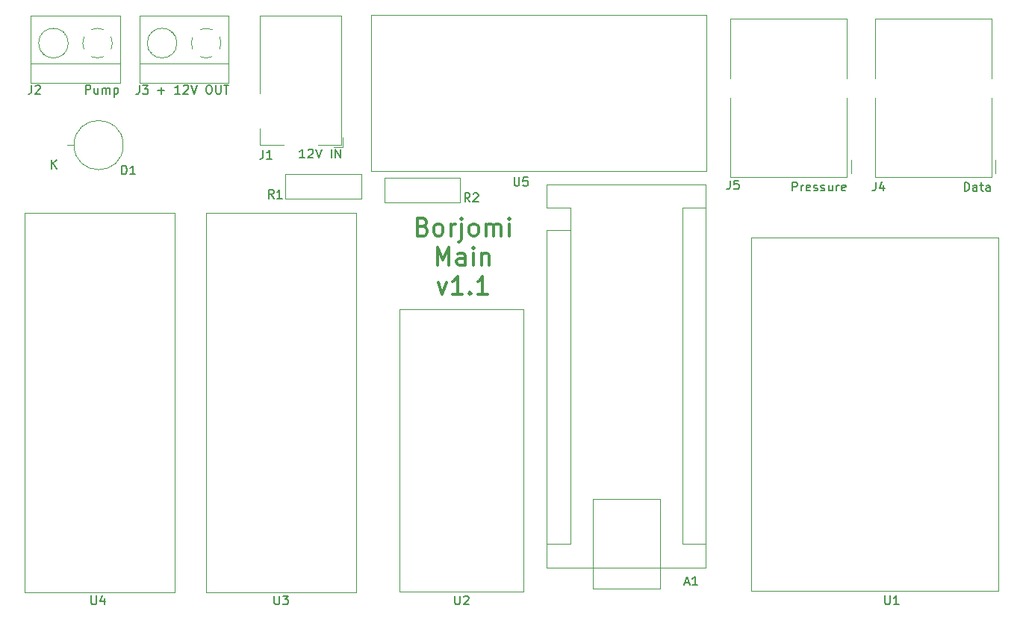
<source format=gto>
G04 #@! TF.GenerationSoftware,KiCad,Pcbnew,5.1.2-f72e74a~84~ubuntu18.04.1*
G04 #@! TF.CreationDate,2019-08-04T21:20:18+03:00*
G04 #@! TF.ProjectId,Borjomi-Main,426f726a-6f6d-4692-9d4d-61696e2e6b69,rev?*
G04 #@! TF.SameCoordinates,Original*
G04 #@! TF.FileFunction,Legend,Top*
G04 #@! TF.FilePolarity,Positive*
%FSLAX46Y46*%
G04 Gerber Fmt 4.6, Leading zero omitted, Abs format (unit mm)*
G04 Created by KiCad (PCBNEW 5.1.2-f72e74a~84~ubuntu18.04.1) date 2019-08-04 21:20:18*
%MOMM*%
%LPD*%
G04 APERTURE LIST*
%ADD10C,0.300000*%
%ADD11C,0.150000*%
%ADD12C,0.120000*%
%ADD13C,0.100000*%
G04 APERTURE END LIST*
D10*
X158311151Y-98903902D02*
X158596865Y-98999140D01*
X158692103Y-99094379D01*
X158787341Y-99284855D01*
X158787341Y-99570569D01*
X158692103Y-99761045D01*
X158596865Y-99856283D01*
X158406389Y-99951521D01*
X157644484Y-99951521D01*
X157644484Y-97951521D01*
X158311151Y-97951521D01*
X158501627Y-98046760D01*
X158596865Y-98141998D01*
X158692103Y-98332474D01*
X158692103Y-98522950D01*
X158596865Y-98713426D01*
X158501627Y-98808664D01*
X158311151Y-98903902D01*
X157644484Y-98903902D01*
X159930199Y-99951521D02*
X159739722Y-99856283D01*
X159644484Y-99761045D01*
X159549246Y-99570569D01*
X159549246Y-98999140D01*
X159644484Y-98808664D01*
X159739722Y-98713426D01*
X159930199Y-98618188D01*
X160215913Y-98618188D01*
X160406389Y-98713426D01*
X160501627Y-98808664D01*
X160596865Y-98999140D01*
X160596865Y-99570569D01*
X160501627Y-99761045D01*
X160406389Y-99856283D01*
X160215913Y-99951521D01*
X159930199Y-99951521D01*
X161454008Y-99951521D02*
X161454008Y-98618188D01*
X161454008Y-98999140D02*
X161549246Y-98808664D01*
X161644484Y-98713426D01*
X161834960Y-98618188D01*
X162025437Y-98618188D01*
X162692103Y-98618188D02*
X162692103Y-100332474D01*
X162596865Y-100522950D01*
X162406389Y-100618188D01*
X162311151Y-100618188D01*
X162692103Y-97951521D02*
X162596865Y-98046760D01*
X162692103Y-98141998D01*
X162787341Y-98046760D01*
X162692103Y-97951521D01*
X162692103Y-98141998D01*
X163930199Y-99951521D02*
X163739722Y-99856283D01*
X163644484Y-99761045D01*
X163549246Y-99570569D01*
X163549246Y-98999140D01*
X163644484Y-98808664D01*
X163739722Y-98713426D01*
X163930199Y-98618188D01*
X164215913Y-98618188D01*
X164406389Y-98713426D01*
X164501627Y-98808664D01*
X164596865Y-98999140D01*
X164596865Y-99570569D01*
X164501627Y-99761045D01*
X164406389Y-99856283D01*
X164215913Y-99951521D01*
X163930199Y-99951521D01*
X165454008Y-99951521D02*
X165454008Y-98618188D01*
X165454008Y-98808664D02*
X165549246Y-98713426D01*
X165739722Y-98618188D01*
X166025437Y-98618188D01*
X166215913Y-98713426D01*
X166311151Y-98903902D01*
X166311151Y-99951521D01*
X166311151Y-98903902D02*
X166406389Y-98713426D01*
X166596865Y-98618188D01*
X166882580Y-98618188D01*
X167073056Y-98713426D01*
X167168294Y-98903902D01*
X167168294Y-99951521D01*
X168120675Y-99951521D02*
X168120675Y-98618188D01*
X168120675Y-97951521D02*
X168025437Y-98046760D01*
X168120675Y-98141998D01*
X168215913Y-98046760D01*
X168120675Y-97951521D01*
X168120675Y-98141998D01*
X159930199Y-103251521D02*
X159930199Y-101251521D01*
X160596865Y-102680093D01*
X161263532Y-101251521D01*
X161263532Y-103251521D01*
X163073056Y-103251521D02*
X163073056Y-102203902D01*
X162977818Y-102013426D01*
X162787341Y-101918188D01*
X162406389Y-101918188D01*
X162215913Y-102013426D01*
X163073056Y-103156283D02*
X162882580Y-103251521D01*
X162406389Y-103251521D01*
X162215913Y-103156283D01*
X162120675Y-102965807D01*
X162120675Y-102775331D01*
X162215913Y-102584855D01*
X162406389Y-102489617D01*
X162882580Y-102489617D01*
X163073056Y-102394379D01*
X164025437Y-103251521D02*
X164025437Y-101918188D01*
X164025437Y-101251521D02*
X163930199Y-101346760D01*
X164025437Y-101441998D01*
X164120675Y-101346760D01*
X164025437Y-101251521D01*
X164025437Y-101441998D01*
X164977818Y-101918188D02*
X164977818Y-103251521D01*
X164977818Y-102108664D02*
X165073056Y-102013426D01*
X165263532Y-101918188D01*
X165549246Y-101918188D01*
X165739722Y-102013426D01*
X165834960Y-102203902D01*
X165834960Y-103251521D01*
X160025437Y-105218188D02*
X160501627Y-106551521D01*
X160977818Y-105218188D01*
X162787341Y-106551521D02*
X161644484Y-106551521D01*
X162215913Y-106551521D02*
X162215913Y-104551521D01*
X162025437Y-104837236D01*
X161834960Y-105027712D01*
X161644484Y-105122950D01*
X163644484Y-106361045D02*
X163739722Y-106456283D01*
X163644484Y-106551521D01*
X163549246Y-106456283D01*
X163644484Y-106361045D01*
X163644484Y-106551521D01*
X165644484Y-106551521D02*
X164501627Y-106551521D01*
X165073056Y-106551521D02*
X165073056Y-104551521D01*
X164882580Y-104837236D01*
X164692103Y-105027712D01*
X164501627Y-105122950D01*
D11*
X219700339Y-94881960D02*
X219700339Y-93881960D01*
X219938434Y-93881960D01*
X220081291Y-93929580D01*
X220176529Y-94024818D01*
X220224148Y-94120056D01*
X220271767Y-94310532D01*
X220271767Y-94453389D01*
X220224148Y-94643865D01*
X220176529Y-94739103D01*
X220081291Y-94834341D01*
X219938434Y-94881960D01*
X219700339Y-94881960D01*
X221128910Y-94881960D02*
X221128910Y-94358151D01*
X221081291Y-94262913D01*
X220986053Y-94215294D01*
X220795577Y-94215294D01*
X220700339Y-94262913D01*
X221128910Y-94834341D02*
X221033672Y-94881960D01*
X220795577Y-94881960D01*
X220700339Y-94834341D01*
X220652720Y-94739103D01*
X220652720Y-94643865D01*
X220700339Y-94548627D01*
X220795577Y-94501008D01*
X221033672Y-94501008D01*
X221128910Y-94453389D01*
X221462243Y-94215294D02*
X221843196Y-94215294D01*
X221605100Y-93881960D02*
X221605100Y-94739103D01*
X221652720Y-94834341D01*
X221747958Y-94881960D01*
X221843196Y-94881960D01*
X222605100Y-94881960D02*
X222605100Y-94358151D01*
X222557481Y-94262913D01*
X222462243Y-94215294D01*
X222271767Y-94215294D01*
X222176529Y-94262913D01*
X222605100Y-94834341D02*
X222509862Y-94881960D01*
X222271767Y-94881960D01*
X222176529Y-94834341D01*
X222128910Y-94739103D01*
X222128910Y-94643865D01*
X222176529Y-94548627D01*
X222271767Y-94501008D01*
X222509862Y-94501008D01*
X222605100Y-94453389D01*
X200200000Y-94846400D02*
X200200000Y-93846400D01*
X200580952Y-93846400D01*
X200676190Y-93894020D01*
X200723809Y-93941639D01*
X200771428Y-94036877D01*
X200771428Y-94179734D01*
X200723809Y-94274972D01*
X200676190Y-94322591D01*
X200580952Y-94370210D01*
X200200000Y-94370210D01*
X201200000Y-94846400D02*
X201200000Y-94179734D01*
X201200000Y-94370210D02*
X201247619Y-94274972D01*
X201295238Y-94227353D01*
X201390476Y-94179734D01*
X201485714Y-94179734D01*
X202200000Y-94798781D02*
X202104761Y-94846400D01*
X201914285Y-94846400D01*
X201819047Y-94798781D01*
X201771428Y-94703543D01*
X201771428Y-94322591D01*
X201819047Y-94227353D01*
X201914285Y-94179734D01*
X202104761Y-94179734D01*
X202200000Y-94227353D01*
X202247619Y-94322591D01*
X202247619Y-94417829D01*
X201771428Y-94513067D01*
X202628571Y-94798781D02*
X202723809Y-94846400D01*
X202914285Y-94846400D01*
X203009523Y-94798781D01*
X203057142Y-94703543D01*
X203057142Y-94655924D01*
X203009523Y-94560686D01*
X202914285Y-94513067D01*
X202771428Y-94513067D01*
X202676190Y-94465448D01*
X202628571Y-94370210D01*
X202628571Y-94322591D01*
X202676190Y-94227353D01*
X202771428Y-94179734D01*
X202914285Y-94179734D01*
X203009523Y-94227353D01*
X203438095Y-94798781D02*
X203533333Y-94846400D01*
X203723809Y-94846400D01*
X203819047Y-94798781D01*
X203866666Y-94703543D01*
X203866666Y-94655924D01*
X203819047Y-94560686D01*
X203723809Y-94513067D01*
X203580952Y-94513067D01*
X203485714Y-94465448D01*
X203438095Y-94370210D01*
X203438095Y-94322591D01*
X203485714Y-94227353D01*
X203580952Y-94179734D01*
X203723809Y-94179734D01*
X203819047Y-94227353D01*
X204723809Y-94179734D02*
X204723809Y-94846400D01*
X204295238Y-94179734D02*
X204295238Y-94703543D01*
X204342857Y-94798781D01*
X204438095Y-94846400D01*
X204580952Y-94846400D01*
X204676190Y-94798781D01*
X204723809Y-94751162D01*
X205200000Y-94846400D02*
X205200000Y-94179734D01*
X205200000Y-94370210D02*
X205247619Y-94274972D01*
X205295238Y-94227353D01*
X205390476Y-94179734D01*
X205485714Y-94179734D01*
X206200000Y-94798781D02*
X206104761Y-94846400D01*
X205914285Y-94846400D01*
X205819047Y-94798781D01*
X205771428Y-94703543D01*
X205771428Y-94322591D01*
X205819047Y-94227353D01*
X205914285Y-94179734D01*
X206104761Y-94179734D01*
X206200000Y-94227353D01*
X206247619Y-94322591D01*
X206247619Y-94417829D01*
X205771428Y-94513067D01*
X144905315Y-91122760D02*
X144333886Y-91122760D01*
X144619600Y-91122760D02*
X144619600Y-90122760D01*
X144524362Y-90265618D01*
X144429124Y-90360856D01*
X144333886Y-90408475D01*
X145286267Y-90217999D02*
X145333886Y-90170380D01*
X145429124Y-90122760D01*
X145667220Y-90122760D01*
X145762458Y-90170380D01*
X145810077Y-90217999D01*
X145857696Y-90313237D01*
X145857696Y-90408475D01*
X145810077Y-90551332D01*
X145238648Y-91122760D01*
X145857696Y-91122760D01*
X146143410Y-90122760D02*
X146476743Y-91122760D01*
X146810077Y-90122760D01*
X147905315Y-91122760D02*
X147905315Y-90122760D01*
X148381505Y-91122760D02*
X148381505Y-90122760D01*
X148952934Y-91122760D01*
X148952934Y-90122760D01*
X128254619Y-83474868D02*
X129016523Y-83474868D01*
X128635571Y-83855820D02*
X128635571Y-83093916D01*
X130778428Y-83855820D02*
X130207000Y-83855820D01*
X130492714Y-83855820D02*
X130492714Y-82855820D01*
X130397476Y-82998678D01*
X130302238Y-83093916D01*
X130207000Y-83141535D01*
X131159380Y-82951059D02*
X131207000Y-82903440D01*
X131302238Y-82855820D01*
X131540333Y-82855820D01*
X131635571Y-82903440D01*
X131683190Y-82951059D01*
X131730809Y-83046297D01*
X131730809Y-83141535D01*
X131683190Y-83284392D01*
X131111761Y-83855820D01*
X131730809Y-83855820D01*
X132016523Y-82855820D02*
X132349857Y-83855820D01*
X132683190Y-82855820D01*
X133968904Y-82855820D02*
X134159380Y-82855820D01*
X134254619Y-82903440D01*
X134349857Y-82998678D01*
X134397476Y-83189154D01*
X134397476Y-83522487D01*
X134349857Y-83712963D01*
X134254619Y-83808201D01*
X134159380Y-83855820D01*
X133968904Y-83855820D01*
X133873666Y-83808201D01*
X133778428Y-83712963D01*
X133730809Y-83522487D01*
X133730809Y-83189154D01*
X133778428Y-82998678D01*
X133873666Y-82903440D01*
X133968904Y-82855820D01*
X134826047Y-82855820D02*
X134826047Y-83665344D01*
X134873666Y-83760582D01*
X134921285Y-83808201D01*
X135016523Y-83855820D01*
X135207000Y-83855820D01*
X135302238Y-83808201D01*
X135349857Y-83760582D01*
X135397476Y-83665344D01*
X135397476Y-82855820D01*
X135730809Y-82855820D02*
X136302238Y-82855820D01*
X136016523Y-83855820D02*
X136016523Y-82855820D01*
X120051106Y-83853280D02*
X120051106Y-82853280D01*
X120432059Y-82853280D01*
X120527297Y-82900900D01*
X120574916Y-82948519D01*
X120622535Y-83043757D01*
X120622535Y-83186614D01*
X120574916Y-83281852D01*
X120527297Y-83329471D01*
X120432059Y-83377090D01*
X120051106Y-83377090D01*
X121479678Y-83186614D02*
X121479678Y-83853280D01*
X121051106Y-83186614D02*
X121051106Y-83710423D01*
X121098725Y-83805661D01*
X121193963Y-83853280D01*
X121336820Y-83853280D01*
X121432059Y-83805661D01*
X121479678Y-83758042D01*
X121955868Y-83853280D02*
X121955868Y-83186614D01*
X121955868Y-83281852D02*
X122003487Y-83234233D01*
X122098725Y-83186614D01*
X122241582Y-83186614D01*
X122336820Y-83234233D01*
X122384440Y-83329471D01*
X122384440Y-83853280D01*
X122384440Y-83329471D02*
X122432059Y-83234233D01*
X122527297Y-83186614D01*
X122670154Y-83186614D01*
X122765392Y-83234233D01*
X122813011Y-83329471D01*
X122813011Y-83853280D01*
X123289201Y-83186614D02*
X123289201Y-84186614D01*
X123289201Y-83234233D02*
X123384440Y-83186614D01*
X123574916Y-83186614D01*
X123670154Y-83234233D01*
X123717773Y-83281852D01*
X123765392Y-83377090D01*
X123765392Y-83662804D01*
X123717773Y-83758042D01*
X123670154Y-83805661D01*
X123574916Y-83853280D01*
X123384440Y-83853280D01*
X123289201Y-83805661D01*
D12*
X149032020Y-89685700D02*
X146432020Y-89685700D01*
X149032020Y-74985700D02*
X149032020Y-89685700D01*
X139832020Y-89685700D02*
X139832020Y-87785700D01*
X142532020Y-89685700D02*
X139832020Y-89685700D01*
X139832020Y-74985700D02*
X149032020Y-74985700D01*
X139832020Y-83785700D02*
X139832020Y-74985700D01*
X149232020Y-88835700D02*
X149232020Y-89885700D01*
X148182020Y-89885700D02*
X149232020Y-89885700D01*
X175006000Y-99314000D02*
X175006000Y-96774000D01*
X175006000Y-96774000D02*
X172336000Y-96774000D01*
X172336000Y-99314000D02*
X172336000Y-137544000D01*
X172336000Y-94104000D02*
X172336000Y-96774000D01*
X187706000Y-96774000D02*
X190376000Y-96774000D01*
X187706000Y-96774000D02*
X187706000Y-134874000D01*
X187706000Y-134874000D02*
X190376000Y-134874000D01*
X175006000Y-99314000D02*
X172336000Y-99314000D01*
X175006000Y-99314000D02*
X175006000Y-134874000D01*
X175006000Y-134874000D02*
X172336000Y-134874000D01*
X172336000Y-137544000D02*
X190376000Y-137544000D01*
X190376000Y-137544000D02*
X190376000Y-94104000D01*
X190376000Y-94104000D02*
X172336000Y-94104000D01*
D13*
X177546000Y-139954000D02*
X177546000Y-129794000D01*
X185166000Y-139954000D02*
X177546000Y-139954000D01*
X185166000Y-129794000D02*
X185166000Y-139954000D01*
X177546000Y-129794000D02*
X185166000Y-129794000D01*
D12*
X124324000Y-89662000D02*
G75*
G03X124324000Y-89662000I-2785000J0D01*
G01*
X118754000Y-89662000D02*
X117959000Y-89662000D01*
X120728682Y-76570244D02*
G75*
G02X121412000Y-76425000I683318J-1534756D01*
G01*
X119876574Y-78788042D02*
G75*
G02X119877000Y-77421000I1535426J683042D01*
G01*
X122095042Y-79640426D02*
G75*
G02X120728000Y-79640000I-683042J1535426D01*
G01*
X122947426Y-77421958D02*
G75*
G02X122947000Y-78789000I-1535426J-683042D01*
G01*
X121383195Y-76424747D02*
G75*
G02X122096000Y-76570000I28805J-1680253D01*
G01*
X118092000Y-78105000D02*
G75*
G03X118092000Y-78105000I-1680000J0D01*
G01*
X123972000Y-75005000D02*
X113852000Y-75005000D01*
X123972000Y-80406000D02*
X113852000Y-80406000D01*
X123972000Y-82605000D02*
X113852000Y-82605000D01*
X123972000Y-82605000D02*
X123972000Y-75005000D01*
X113852000Y-82605000D02*
X113852000Y-75005000D01*
X115137000Y-79174000D02*
X115184000Y-79128000D01*
X117446000Y-76866000D02*
X117481000Y-76831000D01*
X115342000Y-79380000D02*
X115377000Y-79344000D01*
X117639000Y-77082000D02*
X117686000Y-77036000D01*
X129958000Y-77082000D02*
X130005000Y-77036000D01*
X127661000Y-79380000D02*
X127696000Y-79344000D01*
X129765000Y-76866000D02*
X129800000Y-76831000D01*
X127456000Y-79174000D02*
X127503000Y-79128000D01*
X126171000Y-82605000D02*
X126171000Y-75005000D01*
X136291000Y-82605000D02*
X136291000Y-75005000D01*
X136291000Y-82605000D02*
X126171000Y-82605000D01*
X136291000Y-80406000D02*
X126171000Y-80406000D01*
X136291000Y-75005000D02*
X126171000Y-75005000D01*
X130411000Y-78105000D02*
G75*
G03X130411000Y-78105000I-1680000J0D01*
G01*
X133702195Y-76424747D02*
G75*
G02X134415000Y-76570000I28805J-1680253D01*
G01*
X135266426Y-77421958D02*
G75*
G02X135266000Y-78789000I-1535426J-683042D01*
G01*
X134414042Y-79640426D02*
G75*
G02X133047000Y-79640000I-683042J1535426D01*
G01*
X132195574Y-78788042D02*
G75*
G02X132196000Y-77421000I1535426J683042D01*
G01*
X133047682Y-76570244D02*
G75*
G02X133731000Y-76425000I683318J-1534756D01*
G01*
X223229000Y-91305000D02*
X223229000Y-92835000D01*
X222759000Y-84285000D02*
X222759000Y-93305000D01*
D13*
X222759000Y-84355000D02*
X222759000Y-84285000D01*
D12*
X222759000Y-75305000D02*
X222759000Y-82085000D01*
X209559000Y-75305000D02*
X222759000Y-75305000D01*
D13*
X209559000Y-75315000D02*
X209559000Y-75305000D01*
D12*
X209559000Y-75305000D02*
X209559000Y-82085000D01*
D13*
X209559000Y-75425000D02*
X209559000Y-75305000D01*
D12*
X209559000Y-93305000D02*
X209559000Y-84285000D01*
X222759000Y-93305000D02*
X209559000Y-93305000D01*
X206376000Y-93305000D02*
X193176000Y-93305000D01*
X193176000Y-93305000D02*
X193176000Y-84285000D01*
D13*
X193176000Y-75425000D02*
X193176000Y-75305000D01*
D12*
X193176000Y-75305000D02*
X193176000Y-82085000D01*
D13*
X193176000Y-75315000D02*
X193176000Y-75305000D01*
D12*
X193176000Y-75305000D02*
X206376000Y-75305000D01*
X206376000Y-75305000D02*
X206376000Y-82085000D01*
D13*
X206376000Y-84355000D02*
X206376000Y-84285000D01*
D12*
X206376000Y-84285000D02*
X206376000Y-93305000D01*
X206846000Y-91305000D02*
X206846000Y-92835000D01*
X142722980Y-95761160D02*
X142722980Y-92981160D01*
X151342980Y-95761160D02*
X151342980Y-92981160D01*
X151342980Y-92981160D02*
X142722980Y-92981160D01*
X151342980Y-95761160D02*
X142722980Y-95761160D01*
X162534220Y-96185340D02*
X153914220Y-96185340D01*
X162534220Y-93405340D02*
X153914220Y-93405340D01*
X162534220Y-96185340D02*
X162534220Y-93405340D01*
X153914220Y-96185340D02*
X153914220Y-93405340D01*
X223550000Y-140176000D02*
X223550000Y-100176000D01*
X195550000Y-100176000D02*
X223550000Y-100176000D01*
X195550000Y-140176000D02*
X195550000Y-100176000D01*
X195550000Y-140176000D02*
X223550000Y-140176000D01*
X155687000Y-140287000D02*
X155687000Y-108287000D01*
X169687000Y-140287000D02*
X169687000Y-108287000D01*
X169687000Y-140287000D02*
X155687000Y-140287000D01*
X155687000Y-108287000D02*
X169687000Y-108287000D01*
D13*
X133740000Y-140372000D02*
X133740000Y-97372000D01*
X133740000Y-97372000D02*
X150740000Y-97372000D01*
X150740000Y-140372000D02*
X150740000Y-97372000D01*
X133740000Y-140372000D02*
X150740000Y-140372000D01*
X113166000Y-140372000D02*
X130166000Y-140372000D01*
X130166000Y-140372000D02*
X130166000Y-97372000D01*
X113166000Y-97372000D02*
X130166000Y-97372000D01*
X113166000Y-140372000D02*
X113166000Y-97372000D01*
D12*
X190468000Y-92583000D02*
X152468000Y-92583000D01*
X190468000Y-74913000D02*
X152468000Y-74913000D01*
X190468000Y-92583000D02*
X190468000Y-74913000D01*
X152468000Y-92583000D02*
X152468000Y-74913000D01*
D11*
X140187086Y-90214200D02*
X140187086Y-90928486D01*
X140139467Y-91071343D01*
X140044229Y-91166581D01*
X139901372Y-91214200D01*
X139806134Y-91214200D01*
X141187086Y-91214200D02*
X140615658Y-91214200D01*
X140901372Y-91214200D02*
X140901372Y-90214200D01*
X140806134Y-90357058D01*
X140710896Y-90452296D01*
X140615658Y-90499915D01*
X187997554Y-139264686D02*
X188473744Y-139264686D01*
X187902316Y-139550400D02*
X188235649Y-138550400D01*
X188568982Y-139550400D01*
X189426125Y-139550400D02*
X188854697Y-139550400D01*
X189140411Y-139550400D02*
X189140411Y-138550400D01*
X189045173Y-138693258D01*
X188949935Y-138788496D01*
X188854697Y-138836115D01*
X124166404Y-92987120D02*
X124166404Y-91987120D01*
X124404500Y-91987120D01*
X124547357Y-92034740D01*
X124642595Y-92129978D01*
X124690214Y-92225216D01*
X124737833Y-92415692D01*
X124737833Y-92558549D01*
X124690214Y-92749025D01*
X124642595Y-92844263D01*
X124547357Y-92939501D01*
X124404500Y-92987120D01*
X124166404Y-92987120D01*
X125690214Y-92987120D02*
X125118785Y-92987120D01*
X125404500Y-92987120D02*
X125404500Y-91987120D01*
X125309261Y-92129978D01*
X125214023Y-92225216D01*
X125118785Y-92272835D01*
X116197095Y-92314380D02*
X116197095Y-91314380D01*
X116768523Y-92314380D02*
X116339952Y-91742952D01*
X116768523Y-91314380D02*
X116197095Y-91885809D01*
X113920946Y-82886300D02*
X113920946Y-83600586D01*
X113873327Y-83743443D01*
X113778089Y-83838681D01*
X113635232Y-83886300D01*
X113539994Y-83886300D01*
X114349518Y-82981539D02*
X114397137Y-82933920D01*
X114492375Y-82886300D01*
X114730470Y-82886300D01*
X114825708Y-82933920D01*
X114873327Y-82981539D01*
X114920946Y-83076777D01*
X114920946Y-83172015D01*
X114873327Y-83314872D01*
X114301899Y-83886300D01*
X114920946Y-83886300D01*
X126148506Y-82901540D02*
X126148506Y-83615826D01*
X126100887Y-83758683D01*
X126005649Y-83853921D01*
X125862792Y-83901540D01*
X125767554Y-83901540D01*
X126529459Y-82901540D02*
X127148506Y-82901540D01*
X126815173Y-83282493D01*
X126958030Y-83282493D01*
X127053268Y-83330112D01*
X127100887Y-83377731D01*
X127148506Y-83472969D01*
X127148506Y-83711064D01*
X127100887Y-83806302D01*
X127053268Y-83853921D01*
X126958030Y-83901540D01*
X126672316Y-83901540D01*
X126577078Y-83853921D01*
X126529459Y-83806302D01*
X209648466Y-93846400D02*
X209648466Y-94560686D01*
X209600847Y-94703543D01*
X209505609Y-94798781D01*
X209362752Y-94846400D01*
X209267514Y-94846400D01*
X210553228Y-94179734D02*
X210553228Y-94846400D01*
X210315133Y-93798781D02*
X210077038Y-94513067D01*
X210696085Y-94513067D01*
X193143546Y-93681300D02*
X193143546Y-94395586D01*
X193095927Y-94538443D01*
X193000689Y-94633681D01*
X192857832Y-94681300D01*
X192762594Y-94681300D01*
X194095927Y-93681300D02*
X193619737Y-93681300D01*
X193572118Y-94157491D01*
X193619737Y-94109872D01*
X193714975Y-94062253D01*
X193953070Y-94062253D01*
X194048308Y-94109872D01*
X194095927Y-94157491D01*
X194143546Y-94252729D01*
X194143546Y-94490824D01*
X194095927Y-94586062D01*
X194048308Y-94633681D01*
X193953070Y-94681300D01*
X193714975Y-94681300D01*
X193619737Y-94633681D01*
X193572118Y-94586062D01*
X141390073Y-95699840D02*
X141056740Y-95223650D01*
X140818644Y-95699840D02*
X140818644Y-94699840D01*
X141199597Y-94699840D01*
X141294835Y-94747460D01*
X141342454Y-94795079D01*
X141390073Y-94890317D01*
X141390073Y-95033174D01*
X141342454Y-95128412D01*
X141294835Y-95176031D01*
X141199597Y-95223650D01*
X140818644Y-95223650D01*
X142342454Y-95699840D02*
X141771025Y-95699840D01*
X142056740Y-95699840D02*
X142056740Y-94699840D01*
X141961501Y-94842698D01*
X141866263Y-94937936D01*
X141771025Y-94985555D01*
X163637933Y-96098620D02*
X163304600Y-95622430D01*
X163066504Y-96098620D02*
X163066504Y-95098620D01*
X163447457Y-95098620D01*
X163542695Y-95146240D01*
X163590314Y-95193859D01*
X163637933Y-95289097D01*
X163637933Y-95431954D01*
X163590314Y-95527192D01*
X163542695Y-95574811D01*
X163447457Y-95622430D01*
X163066504Y-95622430D01*
X164018885Y-95193859D02*
X164066504Y-95146240D01*
X164161742Y-95098620D01*
X164399838Y-95098620D01*
X164495076Y-95146240D01*
X164542695Y-95193859D01*
X164590314Y-95289097D01*
X164590314Y-95384335D01*
X164542695Y-95527192D01*
X163971266Y-96098620D01*
X164590314Y-96098620D01*
X210682935Y-140734800D02*
X210682935Y-141544324D01*
X210730554Y-141639562D01*
X210778173Y-141687181D01*
X210873411Y-141734800D01*
X211063887Y-141734800D01*
X211159125Y-141687181D01*
X211206744Y-141639562D01*
X211254363Y-141544324D01*
X211254363Y-140734800D01*
X212254363Y-141734800D02*
X211682935Y-141734800D01*
X211968649Y-141734800D02*
X211968649Y-140734800D01*
X211873411Y-140877658D01*
X211778173Y-140972896D01*
X211682935Y-141020515D01*
X161937795Y-140742420D02*
X161937795Y-141551944D01*
X161985414Y-141647182D01*
X162033033Y-141694801D01*
X162128271Y-141742420D01*
X162318747Y-141742420D01*
X162413985Y-141694801D01*
X162461604Y-141647182D01*
X162509223Y-141551944D01*
X162509223Y-140742420D01*
X162937795Y-140837659D02*
X162985414Y-140790040D01*
X163080652Y-140742420D01*
X163318747Y-140742420D01*
X163413985Y-140790040D01*
X163461604Y-140837659D01*
X163509223Y-140932897D01*
X163509223Y-141028135D01*
X163461604Y-141170992D01*
X162890176Y-141742420D01*
X163509223Y-141742420D01*
X141462855Y-140742420D02*
X141462855Y-141551944D01*
X141510474Y-141647182D01*
X141558093Y-141694801D01*
X141653331Y-141742420D01*
X141843807Y-141742420D01*
X141939045Y-141694801D01*
X141986664Y-141647182D01*
X142034283Y-141551944D01*
X142034283Y-140742420D01*
X142415236Y-140742420D02*
X143034283Y-140742420D01*
X142700950Y-141123373D01*
X142843807Y-141123373D01*
X142939045Y-141170992D01*
X142986664Y-141218611D01*
X143034283Y-141313849D01*
X143034283Y-141551944D01*
X142986664Y-141647182D01*
X142939045Y-141694801D01*
X142843807Y-141742420D01*
X142558093Y-141742420D01*
X142462855Y-141694801D01*
X142415236Y-141647182D01*
X120713595Y-140729720D02*
X120713595Y-141539244D01*
X120761214Y-141634482D01*
X120808833Y-141682101D01*
X120904071Y-141729720D01*
X121094547Y-141729720D01*
X121189785Y-141682101D01*
X121237404Y-141634482D01*
X121285023Y-141539244D01*
X121285023Y-140729720D01*
X122189785Y-141063054D02*
X122189785Y-141729720D01*
X121951690Y-140682101D02*
X121713595Y-141396387D01*
X122332642Y-141396387D01*
X168656095Y-93305380D02*
X168656095Y-94114904D01*
X168703714Y-94210142D01*
X168751333Y-94257761D01*
X168846571Y-94305380D01*
X169037047Y-94305380D01*
X169132285Y-94257761D01*
X169179904Y-94210142D01*
X169227523Y-94114904D01*
X169227523Y-93305380D01*
X170179904Y-93305380D02*
X169703714Y-93305380D01*
X169656095Y-93781571D01*
X169703714Y-93733952D01*
X169798952Y-93686333D01*
X170037047Y-93686333D01*
X170132285Y-93733952D01*
X170179904Y-93781571D01*
X170227523Y-93876809D01*
X170227523Y-94114904D01*
X170179904Y-94210142D01*
X170132285Y-94257761D01*
X170037047Y-94305380D01*
X169798952Y-94305380D01*
X169703714Y-94257761D01*
X169656095Y-94210142D01*
M02*

</source>
